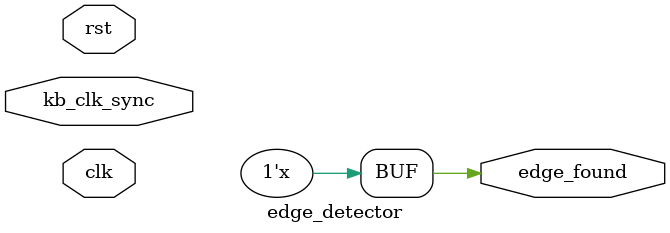
<source format=v>
module edge_detector
  (input  clk,
   input  rst,
   input  kb_clk_sync,
   output edge_found);
  localparam n1_o = 1'bZ;
  assign edge_found = n1_o;
endmodule


</source>
